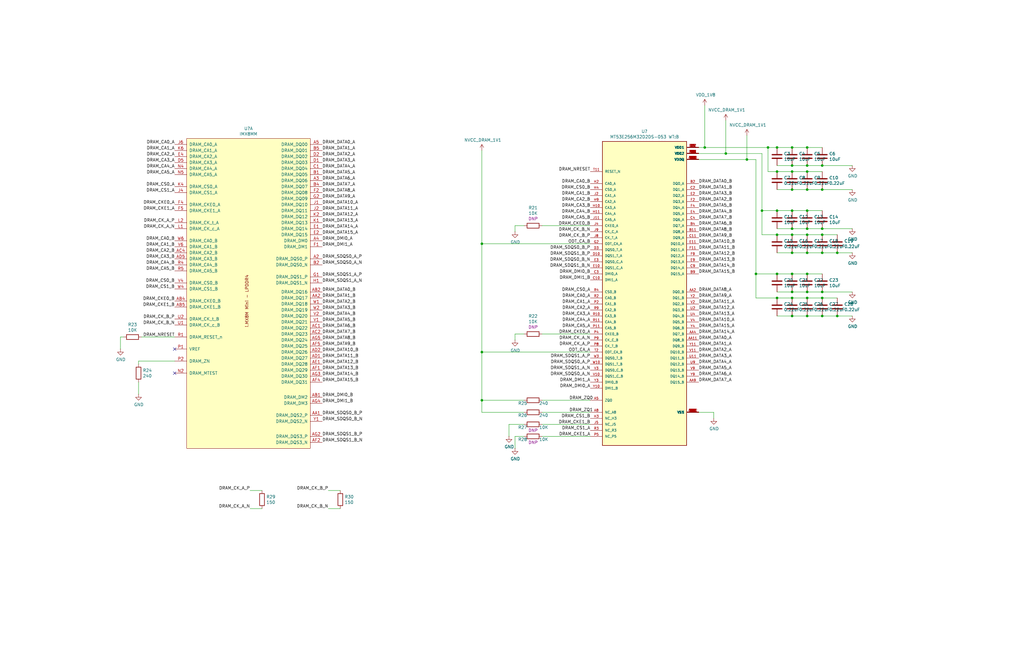
<source format=kicad_sch>
(kicad_sch (version 20231120) (generator "eeschema") (generator_version "8.0")
  (paper "USLedger")
  (title_block (title "kimχ micro") (date "2020-09-27") (rev "0.91") (company "GroupGets, LLC") (comment 2 "https://www.ohwr.org/project/cernohl/wikis/Documents/CERN-OHL-version-2") (comment 3 "Licensed CERN-OHL-S V.2") (comment 4 "Copyright © 2020 GroupGets, LLC"))
  (junction (at 353.06 106.68))
  (junction (at 340.36 80.01))
  (junction (at 334.01 133.35))
  (junction (at 346.71 99.06))
  (junction (at 327.66 72.39))
  (junction (at 340.36 99.06))
  (junction (at 318.77 115.57))
  (junction (at 340.36 115.57))
  (junction (at 334.01 115.57))
  (junction (at 340.36 133.35))
  (junction (at 346.71 125.73))
  (junction (at 314.96 67.31))
  (junction (at 346.71 133.35))
  (junction (at 334.01 123.19))
  (junction (at 203.2 102.87))
  (junction (at 203.2 148.59))
  (junction (at 323.85 62.23))
  (junction (at 346.71 69.85))
  (junction (at 334.01 125.73))
  (junction (at 340.36 72.39))
  (junction (at 346.71 96.52))
  (junction (at 340.36 106.68))
  (junction (at 334.01 96.52))
  (junction (at 334.01 106.68))
  (junction (at 327.66 99.06))
  (junction (at 340.36 125.73))
  (junction (at 203.2 168.91))
  (junction (at 334.01 69.85))
  (junction (at 346.71 80.01))
  (junction (at 340.36 123.19))
  (junction (at 306.07 64.77))
  (junction (at 334.01 80.01))
  (junction (at 340.36 62.23))
  (junction (at 334.01 62.23))
  (junction (at 334.01 72.39))
  (junction (at 297.18 62.23))
  (junction (at 346.71 123.19))
  (junction (at 327.66 115.57))
  (junction (at 340.36 88.9))
  (junction (at 327.66 62.23))
  (junction (at 340.36 69.85))
  (junction (at 353.06 133.35))
  (junction (at 321.31 88.9))
  (junction (at 334.01 99.06))
  (junction (at 340.36 96.52))
  (junction (at 334.01 88.9))
  (junction (at 327.66 88.9))
  (junction (at 327.66 125.73))
  (junction (at 346.71 106.68))
  (no_connect (at 73.66 157.48))
  (no_connect (at 73.66 147.32))
  (wire (pts (xy 297.18 44.45) (xy 297.18 62.23)))
  (wire (pts (xy 321.31 64.77) (xy 321.31 88.9)))
  (wire (pts (xy 203.2 168.91) (xy 203.2 148.59)))
  (wire (pts (xy 327.66 115.57) (xy 334.01 115.57)))
  (wire (pts (xy 359.41 96.52) (xy 346.71 96.52)))
  (wire (pts (xy 321.31 99.06) (xy 327.66 99.06)))
  (wire (pts (xy 327.66 125.73) (xy 334.01 125.73)))
  (wire (pts (xy 228.6 168.91) (xy 248.92 168.91)))
  (wire (pts (xy 340.36 96.52) (xy 334.01 96.52)))
  (wire (pts (xy 334.01 62.23) (xy 340.36 62.23)))
  (wire (pts (xy 323.85 62.23) (xy 327.66 62.23)))
  (wire (pts (xy 297.18 62.23) (xy 323.85 62.23)))
  (wire (pts (xy 321.31 88.9) (xy 327.66 88.9)))
  (wire (pts (xy 334.01 88.9) (xy 340.36 88.9)))
  (wire (pts (xy 203.2 148.59) (xy 248.92 148.59)))
  (wire (pts (xy 306.07 50.8) (xy 306.07 64.77)))
  (wire (pts (xy 327.66 72.39) (xy 334.01 72.39)))
  (wire (pts (xy 217.17 95.25) (xy 220.98 95.25)))
  (wire (pts (xy 346.71 125.73) (xy 353.06 125.73)))
  (wire (pts (xy 321.31 64.77) (xy 306.07 64.77)))
  (wire (pts (xy 359.41 123.19) (xy 346.71 123.19)))
  (wire (pts (xy 228.6 95.25) (xy 248.92 95.25)))
  (wire (pts (xy 346.71 80.01) (xy 359.41 80.01)))
  (wire (pts (xy 105.41 214.63) (xy 110.49 214.63)))
  (wire (pts (xy 340.36 88.9) (xy 346.71 88.9)))
  (wire (pts (xy 340.36 123.19) (xy 334.01 123.19)))
  (wire (pts (xy 334.01 125.73) (xy 340.36 125.73)))
  (wire (pts (xy 214.63 179.07) (xy 220.98 179.07)))
  (wire (pts (xy 203.2 102.87) (xy 203.2 63.5)))
  (wire (pts (xy 203.2 148.59) (xy 203.2 102.87)))
  (wire (pts (xy 203.2 168.91) (xy 220.98 168.91)))
  (wire (pts (xy 318.77 115.57) (xy 327.66 115.57)))
  (wire (pts (xy 340.36 115.57) (xy 346.71 115.57)))
  (wire (pts (xy 318.77 67.31) (xy 318.77 115.57)))
  (wire (pts (xy 318.77 115.57) (xy 318.77 125.73)))
  (wire (pts (xy 334.01 106.68) (xy 340.36 106.68)))
  (wire (pts (xy 294.64 64.77) (xy 306.07 64.77)))
  (wire (pts (xy 59.69 142.24) (xy 73.66 142.24)))
  (wire (pts (xy 228.6 173.99) (xy 248.92 173.99)))
  (wire (pts (xy 340.36 133.35) (xy 346.71 133.35)))
  (wire (pts (xy 217.17 184.15) (xy 217.17 189.23)))
  (wire (pts (xy 203.2 173.99) (xy 203.2 168.91)))
  (wire (pts (xy 50.8 147.32) (xy 50.8 142.24)))
  (wire (pts (xy 217.17 143.51) (xy 217.17 140.97)))
  (wire (pts (xy 359.41 69.85) (xy 346.71 69.85)))
  (wire (pts (xy 346.71 133.35) (xy 353.06 133.35)))
  (wire (pts (xy 143.51 207.01) (xy 138.43 207.01)))
  (wire (pts (xy 327.66 133.35) (xy 334.01 133.35)))
  (wire (pts (xy 297.18 62.23) (xy 294.64 62.23)))
  (wire (pts (xy 321.31 88.9) (xy 321.31 99.06)))
  (wire (pts (xy 323.85 62.23) (xy 323.85 72.39)))
  (wire (pts (xy 318.77 125.73) (xy 327.66 125.73)))
  (wire (pts (xy 228.6 179.07) (xy 248.92 179.07)))
  (wire (pts (xy 327.66 99.06) (xy 334.01 99.06)))
  (wire (pts (xy 73.66 152.4) (xy 58.42 152.4)))
  (wire (pts (xy 300.99 173.99) (xy 294.64 173.99)))
  (wire (pts (xy 340.36 106.68) (xy 346.71 106.68)))
  (wire (pts (xy 327.66 88.9) (xy 334.01 88.9)))
  (wire (pts (xy 314.96 57.15) (xy 314.96 67.31)))
  (wire (pts (xy 346.71 96.52) (xy 340.36 96.52)))
  (wire (pts (xy 50.8 142.24) (xy 52.07 142.24)))
  (wire (pts (xy 340.36 72.39) (xy 346.71 72.39)))
  (wire (pts (xy 334.01 115.57) (xy 340.36 115.57)))
  (wire (pts (xy 323.85 72.39) (xy 327.66 72.39)))
  (wire (pts (xy 346.71 123.19) (xy 340.36 123.19)))
  (wire (pts (xy 334.01 80.01) (xy 340.36 80.01)))
  (wire (pts (xy 334.01 123.19) (xy 327.66 123.19)))
  (wire (pts (xy 340.36 80.01) (xy 346.71 80.01)))
  (wire (pts (xy 327.66 80.01) (xy 334.01 80.01)))
  (wire (pts (xy 340.36 69.85) (xy 334.01 69.85)))
  (wire (pts (xy 340.36 99.06) (xy 346.71 99.06)))
  (wire (pts (xy 334.01 72.39) (xy 340.36 72.39)))
  (wire (pts (xy 138.43 214.63) (xy 143.51 214.63)))
  (wire (pts (xy 327.66 106.68) (xy 334.01 106.68)))
  (wire (pts (xy 220.98 173.99) (xy 203.2 173.99)))
  (wire (pts (xy 58.42 166.37) (xy 58.42 161.29)))
  (wire (pts (xy 334.01 69.85) (xy 327.66 69.85)))
  (wire (pts (xy 214.63 184.15) (xy 214.63 179.07)))
  (wire (pts (xy 294.64 67.31) (xy 314.96 67.31)))
  (wire (pts (xy 228.6 184.15) (xy 248.92 184.15)))
  (wire (pts (xy 353.06 106.68) (xy 359.41 106.68)))
  (wire (pts (xy 340.36 62.23) (xy 346.71 62.23)))
  (wire (pts (xy 353.06 133.35) (xy 359.41 133.35)))
  (wire (pts (xy 346.71 99.06) (xy 353.06 99.06)))
  (wire (pts (xy 334.01 96.52) (xy 327.66 96.52)))
  (wire (pts (xy 340.36 125.73) (xy 346.71 125.73)))
  (wire (pts (xy 220.98 184.15) (xy 217.17 184.15)))
  (wire (pts (xy 217.17 95.25) (xy 217.17 97.79)))
  (wire (pts (xy 334.01 133.35) (xy 340.36 133.35)))
  (wire (pts (xy 334.01 99.06) (xy 340.36 99.06)))
  (wire (pts (xy 203.2 102.87) (xy 248.92 102.87)))
  (wire (pts (xy 346.71 69.85) (xy 340.36 69.85)))
  (wire (pts (xy 217.17 140.97) (xy 220.98 140.97)))
  (wire (pts (xy 105.41 207.01) (xy 110.49 207.01)))
  (wire (pts (xy 228.6 140.97) (xy 248.92 140.97)))
  (wire (pts (xy 300.99 176.53) (xy 300.99 173.99)))
  (wire (pts (xy 314.96 67.31) (xy 318.77 67.31)))
  (wire (pts (xy 327.66 62.23) (xy 334.01 62.23)))
  (wire (pts (xy 346.71 106.68) (xy 353.06 106.68)))
  (wire (pts (xy 58.42 152.4) (xy 58.42 153.67)))
  (label "DRAM_CKE1_B" (at 248.92 179.07 180))
  (label "DRAM_DATA7_A" (at 294.64 161.29 0))
  (label "ODT_CA_A" (at 248.92 148.59 180))
  (label "DRAM_CK_B_P" (at 73.66 134.62 180))
  (label "DRAM_DATA4_B" (at 135.89 133.35 0))
  (label "DRAM_DATA14_A" (at 135.89 96.52 0))
  (label "DRAM_DATA8_A" (at 294.64 123.19 0))
  (label "DRAM_DMI0_B" (at 248.92 115.57 180))
  (label "DRAM_CS0_A" (at 248.92 123.19 180))
  (label "DRAM_SDQS0_B_N" (at 135.89 177.8 0))
  (label "DRAM_CA3_A" (at 248.92 133.35 180))
  (label "DRAM_CA2_A" (at 248.92 130.81 180))
  (label "DRAM_ZQ0" (at 240.03 168.91 0))
  (label "DRAM_DATA9_B" (at 294.64 100.33 0))
  (label "DRAM_DATA10_A" (at 135.89 86.36 0))
  (label "DRAM_DATA0_A" (at 294.64 143.51 0))
  (label "DRAM_CA0_A" (at 73.66 60.96 180))
  (label "DRAM_DATA12_B" (at 294.64 107.95 0))
  (label "DRAM_DATA1_B" (at 135.89 125.73 0))
  (label "DRAM_DATA5_B" (at 294.64 87.63 0))
  (label "DRAM_SDQS0_A_P" (at 135.89 109.22 0))
  (label "DRAM_CKE0_B" (at 73.66 127 180))
  (label "DRAM_DATA11_B" (at 135.89 151.13 0))
  (label "DRAM_DATA8_A" (at 135.89 81.28 0))
  (label "DRAM_CS1_A" (at 73.66 81.28 180))
  (label "DRAM_NRESET" (at 248.92 72.39 180))
  (label "DRAM_CA4_B" (at 248.92 90.17 180))
  (label "DRAM_DATA10_B" (at 135.89 148.59 0))
  (label "DRAM_CA1_B" (at 248.92 82.55 180))
  (label "DRAM_SDQS0_B_P" (at 135.89 175.26 0))
  (label "DRAM_CA4_A" (at 248.92 135.89 180))
  (label "DRAM_CA0_B" (at 73.66 101.6 180))
  (label "DRAM_CK_A_P" (at 248.92 146.05 180))
  (label "DRAM_CK_B_N" (at 138.43 214.63 180))
  (label "DRAM_CA2_B" (at 248.92 85.09 180))
  (label "DRAM_DATA0_B" (at 135.89 123.19 0))
  (label "DRAM_DMI0_B" (at 135.89 167.64 0))
  (label "DRAM_DATA11_A" (at 294.64 128.27 0))
  (label "DRAM_CK_A_P" (at 73.66 93.98 180))
  (label "DRAM_DMI1_A" (at 135.89 104.14 0))
  (label "DRAM_CS1_B" (at 248.92 176.53 180))
  (label "DRAM_SDQS0_B_P" (at 248.92 105.41 180))
  (label "DRAM_CA2_A" (at 73.66 66.04 180))
  (label "DRAM_DATA2_B" (at 135.89 128.27 0))
  (label "DRAM_CA0_B" (at 248.92 77.47 180))
  (label "DRAM_CK_A_P" (at 105.41 207.01 180))
  (label "DRAM_SDQS1_B_N" (at 135.89 186.69 0))
  (label "DRAM_CA5_A" (at 248.92 138.43 180))
  (label "DRAM_CA4_A" (at 73.66 71.12 180))
  (label "DRAM_SDQS1_B_P" (at 248.92 107.95 180))
  (label "DRAM_CA5_A" (at 73.66 73.66 180))
  (label "DRAM_DATA3_B" (at 135.89 130.81 0))
  (label "DRAM_CKE1_A" (at 248.92 184.15 180))
  (label "DRAM_DATA13_A" (at 135.89 93.98 0))
  (label "DRAM_DATA6_A" (at 135.89 76.2 0))
  (label "DRAM_ZQ1" (at 240.03 173.99 0))
  (label "DRAM_CS1_B" (at 73.66 121.92 180))
  (label "DRAM_DATA10_B" (at 294.64 102.87 0))
  (label "DRAM_SDQS1_A_P" (at 248.92 151.13 180))
  (label "DRAM_CK_B_P" (at 138.43 207.01 180))
  (label "DRAM_DATA12_B" (at 135.89 153.67 0))
  (label "DRAM_CA5_B" (at 73.66 114.3 180))
  (label "DRAM_SDQS1_B_N" (at 248.92 113.03 180))
  (label "DRAM_DATA7_B" (at 135.89 140.97 0))
  (label "DRAM_CS0_B" (at 73.66 119.38 180))
  (label "DRAM_DATA1_B" (at 294.64 80.01 0))
  (label "DRAM_DATA14_A" (at 294.64 140.97 0))
  (label "DRAM_DATA3_A" (at 135.89 68.58 0))
  (label "DRAM_CKE0_A" (at 248.92 140.97 180))
  (label "DRAM_DMI1_B" (at 248.92 118.11 180))
  (label "DRAM_CA2_B" (at 73.66 106.68 180))
  (label "DRAM_DATA2_A" (at 294.64 148.59 0))
  (label "DRAM_DATA15_B" (at 294.64 115.57 0))
  (label "DRAM_DATA6_B" (at 135.89 138.43 0))
  (label "DRAM_DMI1_A" (at 248.92 161.29 180))
  (label "DRAM_DATA15_A" (at 294.64 138.43 0))
  (label "DRAM_DATA3_A" (at 294.64 151.13 0))
  (label "DRAM_CA4_B" (at 73.66 111.76 180))
  (label "ODT_CA_B" (at 248.92 102.87 180))
  (label "DRAM_CKE0_A" (at 73.66 86.36 180))
  (label "DRAM_DATA7_A" (at 135.89 78.74 0))
  (label "DRAM_DATA2_B" (at 294.64 85.09 0))
  (label "DRAM_DATA12_A" (at 135.89 91.44 0))
  (label "DRAM_NRESET" (at 73.66 142.24 180))
  (label "DRAM_CA1_B" (at 73.66 104.14 180))
  (label "DRAM_DATA4_A" (at 294.64 153.67 0))
  (label "DRAM_DATA15_A" (at 135.89 99.06 0))
  (label "DRAM_DATA13_A" (at 294.64 133.35 0))
  (label "DRAM_DATA15_B" (at 135.89 161.29 0))
  (label "DRAM_CA3_B" (at 73.66 109.22 180))
  (label "DRAM_DATA4_A" (at 135.89 71.12 0))
  (label "DRAM_DMI0_A" (at 135.89 101.6 0))
  (label "DRAM_CK_A_N" (at 248.92 143.51 180))
  (label "DRAM_CKE0_B" (at 248.92 95.25 180))
  (label "DRAM_SDQS0_B_N" (at 248.92 110.49 180))
  (label "DRAM_DATA0_B" (at 294.64 77.47 0))
  (label "DRAM_SDQS1_A_P" (at 135.89 116.84 0))
  (label "DRAM_DATA4_B" (at 294.64 90.17 0))
  (label "DRAM_DATA9_B" (at 135.89 146.05 0))
  (label "DRAM_CK_B_P" (at 248.92 100.33 180))
  (label "DRAM_DATA11_A" (at 135.89 88.9 0))
  (label "DRAM_SDQS1_A_N" (at 248.92 156.21 180))
  (label "DRAM_DATA8_B" (at 135.89 143.51 0))
  (label "DRAM_CA3_B" (at 248.92 87.63 180))
  (label "DRAM_DMI0_A" (at 248.92 163.83 180))
  (label "DRAM_DATA8_B" (at 294.64 97.79 0))
  (label "DRAM_CS1_A" (at 248.92 181.61 180))
  (label "DRAM_CA1_A" (at 73.66 63.5 180))
  (label "DRAM_DATA3_B" (at 294.64 82.55 0))
  (label "DRAM_SDQS0_A_N" (at 248.92 158.75 180))
  (label "DRAM_CK_A_N" (at 73.66 96.52 180))
  (label "DRAM_DATA1_A" (at 294.64 146.05 0))
  (label "DRAM_DATA13_B" (at 135.89 156.21 0))
  (label "DRAM_DATA6_B" (at 294.64 95.25 0))
  (label "DRAM_DATA0_A" (at 135.89 60.96 0))
  (label "DRAM_SDQS1_A_N" (at 135.89 119.38 0))
  (label "DRAM_DATA6_A" (at 294.64 158.75 0))
  (label "DRAM_DATA1_A" (at 135.89 63.5 0))
  (label "DRAM_CS0_A" (at 73.66 78.74 180))
  (label "DRAM_SDQS0_A_P" (at 248.92 153.67 180))
  (label "DRAM_DATA14_B" (at 135.89 158.75 0))
  (label "DRAM_DATA9_A" (at 294.64 125.73 0))
  (label "DRAM_DATA14_B" (at 294.64 113.03 0))
  (label "DRAM_DATA9_A" (at 135.89 83.82 0))
  (label "DRAM_DMI1_B" (at 135.89 170.18 0))
  (label "DRAM_CK_B_N" (at 248.92 97.79 180))
  (label "DRAM_SDQS1_B_P" (at 135.89 184.15 0))
  (label "DRAM_CKE1_B" (at 73.66 129.54 180))
  (label "DRAM_DATA2_A" (at 135.89 66.04 0))
  (label "DRAM_CA3_A" (at 73.66 68.58 180))
  (label "DRAM_DATA10_A" (at 294.64 135.89 0))
  (label "DRAM_DATA5_A" (at 294.64 156.21 0))
  (label "DRAM_CA1_A" (at 248.92 128.27 180))
  (label "DRAM_CK_B_N" (at 73.66 137.16 180))
  (label "DRAM_CK_A_N" (at 105.41 214.63 180))
  (label "DRAM_DATA13_B" (at 294.64 110.49 0))
  (label "DRAM_DATA5_B" (at 135.89 135.89 0))
  (label "DRAM_CA0_A" (at 248.92 125.73 180))
  (label "DRAM_CS0_B" (at 248.92 80.01 180))
  (label "DRAM_SDQS0_A_N" (at 135.89 111.76 0))
  (label "DRAM_DATA12_A" (at 294.64 130.81 0))
  (label "DRAM_CA5_B" (at 248.92 92.71 180))
  (label "DRAM_DATA5_A" (at 135.89 73.66 0))
  (label "DRAM_DATA11_B" (at 294.64 105.41 0))
  (label "DRAM_DATA7_B" (at 294.64 92.71 0))
  (label "DRAM_CKE1_A" (at 73.66 88.9 180))
  (symbol (lib_id "Device:R") (at 224.79 173.99 270) (unit 1)
    (property "Reference" "R26" (at 218.44 175.26 90) (effects (justify left)))
    (property "Value" "240" (at 227.33 175.26 90) (effects (justify left)))
    (property "Footprint" "Resistor_SMD:R_0402_1005Metric" (effects (hide yes)))
    (property "Mfgr" "Yageo" (effects (hide yes)))
    (property "Vendorpart" "YAG1258CT-ND" (effects (hide yes)))
    (property "Mfgrpart" "RC0402FR-07240RP" (effects (hide yes)))
  )
  (symbol (lib_id "Device:R") (at 55.88 142.24 270) (unit 1)
    (property "Reference" "R23" (at 55.88 136.9822 90))
    (property "Value" "10K" (at 55.88 139.2936 90))
    (property "Footprint" "Resistor_SMD:R_0402_1005Metric" (effects (hide yes)))
    (property "Mfgr" "Panasonic" (effects (hide yes)))
    (property "Vendorpart" "P10KJCT-ND" (effects (hide yes)))
    (property "Mfgrpart" "ERJ-2GEJ103X" (effects (hide yes)))
  )
  (symbol (lib_id "power:GND") (at 50.8 147.32 0) (unit 1)
    (property "Reference" "#PWR044" (effects (hide yes)))
    (property "Value" "GND" (at 50.927 151.7142 0))
  )
  (symbol (lib_id "Device:R") (at 224.79 95.25 270) (unit 1)
    (property "Reference" "R21" (at 224.79 87.7062 90))
    (property "Value" "10K" (at 224.79 90.0176 90))
    (property "Footprint" "Resistor_SMD:R_0402_1005Metric" (effects (hide yes)))
    (property "Mfgr" "Panasonic" (effects (hide yes)))
    (property "Populate" "DNP" (at 224.79 92.329 90))
    (property "Vendorpart" "P10KJCT-ND" (effects (hide yes)))
    (property "Mfgrpart" "ERJ-2GEJ103X" (effects (hide yes)))
  )
  (symbol (lib_id "power:GND") (at 217.17 97.79 0) (unit 1)
    (property "Reference" "#PWR039" (effects (hide yes)))
    (property "Value" "GND" (at 217.297 102.1842 0))
  )
  (symbol (lib_id "mxenc:MT53B256M32D1GZ-062_AIT_B") (at 271.78 118.11 0) (unit 1)
    (property "Reference" "U?" (at 271.78 55.4482 0))
    (property "Value" "MT53E256M32D2DS-053 WT:B" (at 271.78 57.7596 0))
    (property "Footprint" "mxenc:BGA200C80X65P12X22_1100X1450X80N" (effects (hide yes)))
    (property "Mfgr" "Micron" (effects (hide yes)))
    (property "Vendorpart" "MT53D512M32D2DS-053 WT:D" (effects (hide yes)))
    (property "Vendor" "Arrow" (effects (hide yes)))
    (property "Mfgrpart" "MT53D512M32D2DS-053 WT:D" (effects (hide yes)))
    (instances (project "" (path "" (reference "U?") (unit 1)) (path "" (reference "U3") (unit 1))))
  )
  (symbol (lib_id "Device:R") (at 224.79 179.07 270) (unit 1)
    (property "Reference" "R27" (at 218.44 180.34 90) (effects (justify left)))
    (property "Value" "10K" (at 227.33 180.34 90) (effects (justify left)))
    (property "Footprint" "Resistor_SMD:R_0402_1005Metric" (effects (hide yes)))
    (property "Mfgr" "Panasonic" (effects (hide yes)))
    (property "Populate" "DNP" (at 224.79 181.61 90))
    (property "Vendorpart" "P10KJCT-ND" (effects (hide yes)))
    (property "Mfgrpart" "ERJ-2GEJ103X" (effects (hide yes)))
  )
  (symbol (lib_id "power:GND") (at 214.63 184.15 0) (unit 1)
    (property "Reference" "#PWR047" (effects (hide yes)))
    (property "Value" "GND" (at 214.757 188.5442 0))
  )
  (symbol (lib_id "Device:R") (at 224.79 140.97 270) (unit 1)
    (property "Reference" "R22" (at 224.79 133.4262 90))
    (property "Value" "10K" (at 224.79 135.7376 90))
    (property "Footprint" "Resistor_SMD:R_0402_1005Metric" (effects (hide yes)))
    (property "Mfgr" "Panasonic" (effects (hide yes)))
    (property "Populate" "DNP" (at 224.79 138.049 90))
    (property "Vendorpart" "P10KJCT-ND" (effects (hide yes)))
    (property "Mfgrpart" "ERJ-2GEJ103X" (effects (hide yes)))
  )
  (symbol (lib_id "power:GND") (at 217.17 143.51 0) (unit 1)
    (property "Reference" "#PWR043" (effects (hide yes)))
    (property "Value" "GND" (at 217.297 147.9042 0))
  )
  (symbol (lib_id "Device:R") (at 224.79 184.15 270) (unit 1)
    (property "Reference" "R28" (at 218.44 185.42 90) (effects (justify left)))
    (property "Value" "10K" (at 227.33 185.42 90) (effects (justify left)))
    (property "Footprint" "Resistor_SMD:R_0402_1005Metric" (effects (hide yes)))
    (property "Mfgr" "Panasonic" (effects (hide yes)))
    (property "Populate" "DNP" (at 224.79 186.69 90))
    (property "Vendorpart" "P10KJCT-ND" (effects (hide yes)))
    (property "Mfgrpart" "ERJ-2GEJ103X" (effects (hide yes)))
  )
  (symbol (lib_id "power:GND") (at 217.17 189.23 0) (unit 1)
    (property "Reference" "#PWR048" (effects (hide yes)))
    (property "Value" "GND" (at 217.297 193.6242 0))
  )
  (symbol (lib_id "mxenc:MIMX8MM6DVTLZAA") (at 105.41 127 0) (unit 1)
    (property "Reference" "U?" (at 104.775 54.229 0))
    (property "Value" "IMX8MM" (at 104.775 56.5404 0))
    (property "Footprint" "mxenc:BGA-729_27x27_14.0x14.0mm" (effects (hide yes)))
    (property "Mfgr" "NXP" (effects (hide yes)))
    (property "Vendorpart" "568-15276-ND" (effects (hide yes)))
    (property "Mfgrpart" "MIMX8MM6CVTKZAA" (effects (hide yes)))
    (instances (project "" (path "" (reference "U?") (unit 1)) (path "" (reference "U1") (unit 1))))
  )
  (symbol (lib_id "Device:R") (at 224.79 168.91 270) (unit 1)
    (property "Reference" "R25" (at 218.44 170.18 90) (effects (justify left)))
    (property "Value" "240" (at 227.33 170.18 90) (effects (justify left)))
    (property "Footprint" "Resistor_SMD:R_0402_1005Metric" (effects (hide yes)))
    (property "Mfgr" "Yageo" (effects (hide yes)))
    (property "Vendorpart" "YAG1258CT-ND" (effects (hide yes)))
    (property "Mfgrpart" "RC0402FR-07240RP" (effects (hide yes)))
  )
  (symbol (lib_id "Device:C") (at 334.01 66.04 0) (unit 1)
    (property "Reference" "C4" (at 336.931 64.8716 0) (effects (justify left)))
    (property "Value" "10uF" (at 336.931 67.183 0) (effects (justify left)))
    (property "Footprint" "Capacitor_SMD:C_0402_1005Metric" (effects (hide yes)))
    (property "Mfgr" "Murata" (effects (hide yes)))
    (property "Vendorpart" "490-13233-1-ND" (effects (hide yes)))
    (property "Mfgrpart" "GRM155C80J106ME11D" (effects (hide yes)))
  )
  (symbol (lib_id "Device:C") (at 340.36 66.04 0) (unit 1)
    (property "Reference" "C5" (at 343.281 64.8716 0) (effects (justify left)))
    (property "Value" "10uF" (at 343.281 67.183 0) (effects (justify left)))
    (property "Footprint" "Capacitor_SMD:C_0402_1005Metric" (effects (hide yes)))
    (property "Mfgr" "Murata" (effects (hide yes)))
    (property "Vendorpart" "490-13233-1-ND" (effects (hide yes)))
    (property "Mfgrpart" "GRM155C80J106ME11D" (effects (hide yes)))
  )
  (symbol (lib_id "Device:C") (at 346.71 66.04 0) (unit 1)
    (property "Reference" "C6" (at 349.631 64.8716 0) (effects (justify left)))
    (property "Value" "10uF" (at 349.631 67.183 0) (effects (justify left)))
    (property "Footprint" "Capacitor_SMD:C_0402_1005Metric" (effects (hide yes)))
    (property "Mfgr" "Murata" (effects (hide yes)))
    (property "Vendorpart" "490-13233-1-ND" (effects (hide yes)))
    (property "Mfgrpart" "GRM155C80J106ME11D" (effects (hide yes)))
  )
  (symbol (lib_id "Device:C") (at 327.66 66.04 0) (unit 1)
    (property "Reference" "C3" (at 330.581 64.8716 0) (effects (justify left)))
    (property "Value" "10uF" (at 330.581 67.183 0) (effects (justify left)))
    (property "Footprint" "Capacitor_SMD:C_0402_1005Metric" (effects (hide yes)))
    (property "Mfgr" "Murata" (effects (hide yes)))
    (property "Vendorpart" "490-13233-1-ND" (effects (hide yes)))
    (property "Mfgrpart" "GRM155C80J106ME11D" (effects (hide yes)))
  )
  (symbol (lib_id "power:GND") (at 300.99 176.53 0) (unit 1)
    (property "Reference" "#PWR046" (effects (hide yes)))
    (property "Value" "GND" (at 301.117 180.9242 0))
  )
  (symbol (lib_id "Device:R") (at 58.42 157.48 0) (unit 1)
    (property "Reference" "R24" (at 60.198 156.3116 0) (effects (justify left)))
    (property "Value" "240" (at 60.198 158.623 0) (effects (justify left)))
    (property "Footprint" "Resistor_SMD:R_0402_1005Metric" (effects (hide yes)))
    (property "Mfgr" "Yageo" (effects (hide yes)))
    (property "Vendorpart" "YAG1258CT-ND" (effects (hide yes)))
    (property "Mfgrpart" "RC0402FR-07240RP" (effects (hide yes)))
  )
  (symbol (lib_id "power:GND") (at 58.42 166.37 0) (unit 1)
    (property "Reference" "#PWR045" (effects (hide yes)))
    (property "Value" "GND" (at 58.547 170.7642 0))
  )
  (symbol (lib_id "Device:C") (at 327.66 76.2 0) (unit 1)
    (property "Reference" "C7" (at 330.581 75.0316 0) (effects (justify left)))
    (property "Value" "0.22uF" (at 330.581 77.343 0) (effects (justify left)))
    (property "Footprint" "Capacitor_SMD:C_0402_1005Metric" (effects (hide yes)))
    (property "Mfgr" "Murata" (effects (hide yes)))
    (property "Vendorpart" "490-10446-1-ND" (effects (hide yes)))
    (property "Mfgrpart" "GRM155C8YA224ME01D" (effects (hide yes)))
  )
  (symbol (lib_id "Device:C") (at 334.01 76.2 0) (unit 1)
    (property "Reference" "C8" (at 336.931 75.0316 0) (effects (justify left)))
    (property "Value" "0.22uF" (at 336.931 77.343 0) (effects (justify left)))
    (property "Footprint" "Capacitor_SMD:C_0402_1005Metric" (effects (hide yes)))
    (property "Mfgr" "Murata" (effects (hide yes)))
    (property "Vendorpart" "490-10446-1-ND" (effects (hide yes)))
    (property "Mfgrpart" "GRM155C8YA224ME01D" (effects (hide yes)))
  )
  (symbol (lib_id "Device:C") (at 340.36 76.2 0) (unit 1)
    (property "Reference" "C9" (at 343.281 75.0316 0) (effects (justify left)))
    (property "Value" "0.22uF" (at 343.281 77.343 0) (effects (justify left)))
    (property "Footprint" "Capacitor_SMD:C_0402_1005Metric" (effects (hide yes)))
    (property "Mfgr" "Murata" (effects (hide yes)))
    (property "Vendorpart" "490-10446-1-ND" (effects (hide yes)))
    (property "Mfgrpart" "GRM155C8YA224ME01D" (effects (hide yes)))
  )
  (symbol (lib_id "Device:C") (at 346.71 76.2 0) (unit 1)
    (property "Reference" "C10" (at 349.631 75.0316 0) (effects (justify left)))
    (property "Value" "0.22uF" (at 349.631 77.343 0) (effects (justify left)))
    (property "Footprint" "Capacitor_SMD:C_0402_1005Metric" (effects (hide yes)))
    (property "Mfgr" "Murata" (effects (hide yes)))
    (property "Vendorpart" "490-10446-1-ND" (effects (hide yes)))
    (property "Mfgrpart" "GRM155C8YA224ME01D" (effects (hide yes)))
  )
  (symbol (lib_id "power:GND") (at 359.41 69.85 0) (unit 1)
    (property "Reference" "#PWR036" (effects (hide yes)))
    (property "Value" "GND" (at 359.537 74.2442 0))
  )
  (symbol (lib_id "power:GND") (at 359.41 80.01 0) (unit 1)
    (property "Reference" "#PWR037" (effects (hide yes)))
    (property "Value" "GND" (at 359.537 84.4042 0))
  )
  (symbol (lib_id "Device:C") (at 334.01 92.71 0) (unit 1)
    (property "Reference" "C12" (at 336.931 91.5416 0) (effects (justify left)))
    (property "Value" "10uF" (at 336.931 93.853 0) (effects (justify left)))
    (property "Footprint" "Capacitor_SMD:C_0402_1005Metric" (effects (hide yes)))
    (property "Mfgr" "Murata" (effects (hide yes)))
    (property "Vendorpart" "490-13233-1-ND" (effects (hide yes)))
    (property "Mfgrpart" "GRM155C80J106ME11D" (effects (hide yes)))
  )
  (symbol (lib_id "Device:C") (at 340.36 92.71 0) (unit 1)
    (property "Reference" "C13" (at 343.281 91.5416 0) (effects (justify left)))
    (property "Value" "10uF" (at 343.281 93.853 0) (effects (justify left)))
    (property "Footprint" "Capacitor_SMD:C_0402_1005Metric" (effects (hide yes)))
    (property "Mfgr" "Murata" (effects (hide yes)))
    (property "Vendorpart" "490-13233-1-ND" (effects (hide yes)))
    (property "Mfgrpart" "GRM155C80J106ME11D" (effects (hide yes)))
  )
  (symbol (lib_id "Device:C") (at 346.71 92.71 0) (unit 1)
    (property "Reference" "C14" (at 349.631 91.5416 0) (effects (justify left)))
    (property "Value" "10uF" (at 349.631 93.853 0) (effects (justify left)))
    (property "Footprint" "Capacitor_SMD:C_0402_1005Metric" (effects (hide yes)))
    (property "Mfgr" "Murata" (effects (hide yes)))
    (property "Vendorpart" "490-13233-1-ND" (effects (hide yes)))
    (property "Mfgrpart" "GRM155C80J106ME11D" (effects (hide yes)))
  )
  (symbol (lib_id "Device:C") (at 327.66 92.71 0) (unit 1)
    (property "Reference" "C11" (at 330.581 91.5416 0) (effects (justify left)))
    (property "Value" "10uF" (at 330.581 93.853 0) (effects (justify left)))
    (property "Footprint" "Capacitor_SMD:C_0402_1005Metric" (effects (hide yes)))
    (property "Mfgr" "Murata" (effects (hide yes)))
    (property "Vendorpart" "490-13233-1-ND" (effects (hide yes)))
    (property "Mfgrpart" "GRM155C80J106ME11D" (effects (hide yes)))
  )
  (symbol (lib_id "Device:C") (at 327.66 102.87 0) (unit 1)
    (property "Reference" "C15" (at 330.581 101.7016 0) (effects (justify left)))
    (property "Value" "0.22uF" (at 330.581 104.013 0) (effects (justify left)))
    (property "Footprint" "Capacitor_SMD:C_0402_1005Metric" (effects (hide yes)))
    (property "Mfgr" "Murata" (effects (hide yes)))
    (property "Vendorpart" "490-10446-1-ND" (effects (hide yes)))
    (property "Mfgrpart" "GRM155C8YA224ME01D" (effects (hide yes)))
  )
  (symbol (lib_id "Device:C") (at 334.01 102.87 0) (unit 1)
    (property "Reference" "C16" (at 336.931 101.7016 0) (effects (justify left)))
    (property "Value" "0.22uF" (at 336.931 104.013 0) (effects (justify left)))
    (property "Footprint" "Capacitor_SMD:C_0402_1005Metric" (effects (hide yes)))
    (property "Mfgr" "Murata" (effects (hide yes)))
    (property "Vendorpart" "490-10446-1-ND" (effects (hide yes)))
    (property "Mfgrpart" "GRM155C8YA224ME01D" (effects (hide yes)))
  )
  (symbol (lib_id "Device:C") (at 340.36 102.87 0) (unit 1)
    (property "Reference" "C17" (at 343.281 101.7016 0) (effects (justify left)))
    (property "Value" "0.22uF" (at 343.281 104.013 0) (effects (justify left)))
    (property "Footprint" "Capacitor_SMD:C_0402_1005Metric" (effects (hide yes)))
    (property "Mfgr" "Murata" (effects (hide yes)))
    (property "Vendorpart" "490-10446-1-ND" (effects (hide yes)))
    (property "Mfgrpart" "GRM155C8YA224ME01D" (effects (hide yes)))
  )
  (symbol (lib_id "Device:C") (at 346.71 102.87 0) (unit 1)
    (property "Reference" "C18" (at 349.631 101.7016 0) (effects (justify left)))
    (property "Value" "0.22uF" (at 349.631 104.013 0) (effects (justify left)))
    (property "Footprint" "Capacitor_SMD:C_0402_1005Metric" (effects (hide yes)))
    (property "Mfgr" "Murata" (effects (hide yes)))
    (property "Vendorpart" "490-10446-1-ND" (effects (hide yes)))
    (property "Mfgrpart" "GRM155C8YA224ME01D" (effects (hide yes)))
  )
  (symbol (lib_id "power:GND") (at 359.41 96.52 0) (unit 1)
    (property "Reference" "#PWR038" (effects (hide yes)))
    (property "Value" "GND" (at 359.537 100.9142 0))
  )
  (symbol (lib_id "power:GND") (at 359.41 106.68 0) (unit 1)
    (property "Reference" "#PWR040" (effects (hide yes)))
    (property "Value" "GND" (at 359.537 111.0742 0))
  )
  (symbol (lib_id "Device:C") (at 334.01 119.38 0) (unit 1)
    (property "Reference" "C21" (at 336.931 118.2116 0) (effects (justify left)))
    (property "Value" "10uF" (at 336.931 120.523 0) (effects (justify left)))
    (property "Footprint" "Capacitor_SMD:C_0402_1005Metric" (effects (hide yes)))
    (property "Mfgr" "Murata" (effects (hide yes)))
    (property "Vendorpart" "490-13233-1-ND" (effects (hide yes)))
    (property "Mfgrpart" "GRM155C80J106ME11D" (effects (hide yes)))
  )
  (symbol (lib_id "Device:C") (at 340.36 119.38 0) (unit 1)
    (property "Reference" "C22" (at 343.281 118.2116 0) (effects (justify left)))
    (property "Value" "10uF" (at 343.281 120.523 0) (effects (justify left)))
    (property "Footprint" "Capacitor_SMD:C_0402_1005Metric" (effects (hide yes)))
    (property "Mfgr" "Murata" (effects (hide yes)))
    (property "Vendorpart" "490-13233-1-ND" (effects (hide yes)))
    (property "Mfgrpart" "GRM155C80J106ME11D" (effects (hide yes)))
  )
  (symbol (lib_id "Device:C") (at 346.71 119.38 0) (unit 1)
    (property "Reference" "C23" (at 349.631 118.2116 0) (effects (justify left)))
    (property "Value" "10uF" (at 349.631 120.523 0) (effects (justify left)))
    (property "Footprint" "Capacitor_SMD:C_0402_1005Metric" (effects (hide yes)))
    (property "Mfgr" "Murata" (effects (hide yes)))
    (property "Vendorpart" "490-13233-1-ND" (effects (hide yes)))
    (property "Mfgrpart" "GRM155C80J106ME11D" (effects (hide yes)))
  )
  (symbol (lib_id "Device:C") (at 327.66 119.38 0) (unit 1)
    (property "Reference" "C20" (at 330.581 118.2116 0) (effects (justify left)))
    (property "Value" "10uF" (at 330.581 120.523 0) (effects (justify left)))
    (property "Footprint" "Capacitor_SMD:C_0402_1005Metric" (effects (hide yes)))
    (property "Mfgr" "Murata" (effects (hide yes)))
    (property "Vendorpart" "490-13233-1-ND" (effects (hide yes)))
    (property "Mfgrpart" "GRM155C80J106ME11D" (effects (hide yes)))
  )
  (symbol (lib_id "Device:C") (at 327.66 129.54 0) (unit 1)
    (property "Reference" "C24" (at 330.581 128.3716 0) (effects (justify left)))
    (property "Value" "0.22uF" (at 330.581 130.683 0) (effects (justify left)))
    (property "Footprint" "Capacitor_SMD:C_0402_1005Metric" (effects (hide yes)))
    (property "Mfgr" "Murata" (effects (hide yes)))
    (property "Vendorpart" "490-10446-1-ND" (effects (hide yes)))
    (property "Mfgrpart" "GRM155C8YA224ME01D" (effects (hide yes)))
  )
  (symbol (lib_id "Device:C") (at 334.01 129.54 0) (unit 1)
    (property "Reference" "C25" (at 336.931 128.3716 0) (effects (justify left)))
    (property "Value" "0.22uF" (at 336.931 130.683 0) (effects (justify left)))
    (property "Footprint" "Capacitor_SMD:C_0402_1005Metric" (effects (hide yes)))
    (property "Mfgr" "Murata" (effects (hide yes)))
    (property "Vendorpart" "490-10446-1-ND" (effects (hide yes)))
    (property "Mfgrpart" "GRM155C8YA224ME01D" (effects (hide yes)))
  )
  (symbol (lib_id "Device:C") (at 340.36 129.54 0) (unit 1)
    (property "Reference" "C26" (at 343.281 128.3716 0) (effects (justify left)))
    (property "Value" "0.22uF" (at 343.281 130.683 0) (effects (justify left)))
    (property "Footprint" "Capacitor_SMD:C_0402_1005Metric" (effects (hide yes)))
    (property "Mfgr" "Murata" (effects (hide yes)))
    (property "Vendorpart" "490-10446-1-ND" (effects (hide yes)))
    (property "Mfgrpart" "GRM155C8YA224ME01D" (effects (hide yes)))
  )
  (symbol (lib_id "Device:C") (at 346.71 129.54 0) (unit 1)
    (property "Reference" "C27" (at 349.631 128.3716 0) (effects (justify left)))
    (property "Value" "0.22uF" (at 349.631 130.683 0) (effects (justify left)))
    (property "Footprint" "Capacitor_SMD:C_0402_1005Metric" (effects (hide yes)))
    (property "Mfgr" "Murata" (effects (hide yes)))
    (property "Vendorpart" "490-10446-1-ND" (effects (hide yes)))
    (property "Mfgrpart" "GRM155C8YA224ME01D" (effects (hide yes)))
  )
  (symbol (lib_id "power:GND") (at 359.41 123.19 0) (unit 1)
    (property "Reference" "#PWR041" (effects (hide yes)))
    (property "Value" "GND" (at 359.537 127.5842 0))
  )
  (symbol (lib_id "power:GND") (at 359.41 133.35 0) (unit 1)
    (property "Reference" "#PWR042" (effects (hide yes)))
    (property "Value" "GND" (at 359.537 137.7442 0))
  )
  (symbol (lib_id "Device:C") (at 353.06 102.87 0) (unit 1)
    (property "Reference" "C19" (at 355.981 101.7016 0) (effects (justify left)))
    (property "Value" "0.22uF" (at 355.981 104.013 0) (effects (justify left)))
    (property "Footprint" "Capacitor_SMD:C_0402_1005Metric" (effects (hide yes)))
    (property "Mfgr" "Murata" (effects (hide yes)))
    (property "Vendorpart" "490-10446-1-ND" (effects (hide yes)))
    (property "Mfgrpart" "GRM155C8YA224ME01D" (effects (hide yes)))
  )
  (symbol (lib_id "Device:C") (at 353.06 129.54 0) (unit 1)
    (property "Reference" "C28" (at 355.981 128.3716 0) (effects (justify left)))
    (property "Value" "0.22uF" (at 355.981 130.683 0) (effects (justify left)))
    (property "Footprint" "Capacitor_SMD:C_0402_1005Metric" (effects (hide yes)))
    (property "Mfgr" "Murata" (effects (hide yes)))
    (property "Vendorpart" "490-10446-1-ND" (effects (hide yes)))
    (property "Mfgrpart" "GRM155C8YA224ME01D" (effects (hide yes)))
  )
  (symbol (lib_id "Device:R") (at 110.49 210.82 0) (unit 1)
    (property "Reference" "R29" (at 112.268 209.6516 0) (effects (justify left)))
    (property "Value" "150" (at 112.268 211.963 0) (effects (justify left)))
    (property "Footprint" "Resistor_SMD:R_0402_1005Metric" (effects (hide yes)))
    (property "Mfgr" "Yageo" (effects (hide yes)))
    (property "Vendorpart" "311-150LRCT-ND" (effects (hide yes)))
    (property "Mfgrpart" "RC0402FR-07150RL" (effects (hide yes)))
  )
  (symbol (lib_id "Device:R") (at 143.51 210.82 0) (unit 1)
    (property "Reference" "R30" (at 145.288 209.6516 0) (effects (justify left)))
    (property "Value" "150" (at 145.288 211.963 0) (effects (justify left)))
    (property "Footprint" "Resistor_SMD:R_0402_1005Metric" (effects (hide yes)))
    (property "Mfgr" "Yageo" (effects (hide yes)))
    (property "Vendorpart" "311-150LRCT-ND" (effects (hide yes)))
    (property "Mfgrpart" "RC0402FR-07150RL" (effects (hide yes)))
  )
  (symbol (lib_id "mxenc:NVCC_DRAM_1V1") (at 203.2 63.5 0) (unit 1)
    (property "Reference" "#PWR035" (effects (hide yes)))
    (property "Value" "NVCC_DRAM_1V1" (at 203.581 59.1058 0))
  )
  (symbol (lib_id "mxenc:NVCC_DRAM_1V1") (at 306.07 50.8 0) (unit 1)
    (property "Reference" "#PWR033" (effects (hide yes)))
    (property "Value" "NVCC_DRAM_1V1" (at 306.451 46.4058 0))
  )
  (symbol (lib_id "mxenc:NVCC_DRAM_1V1") (at 314.96 57.15 0) (unit 1)
    (property "Reference" "#PWR034" (effects (hide yes)))
    (property "Value" "NVCC_DRAM_1V1" (at 315.341 52.7558 0))
  )
  (symbol (lib_id "mxenc:VDD_1V8") (at 297.18 44.45 0) (unit 1)
    (property "Reference" "#PWR032" (effects (hide yes)))
    (property "Value" "VDD_1V8" (at 297.561 40.0558 0))
  )
)
</source>
